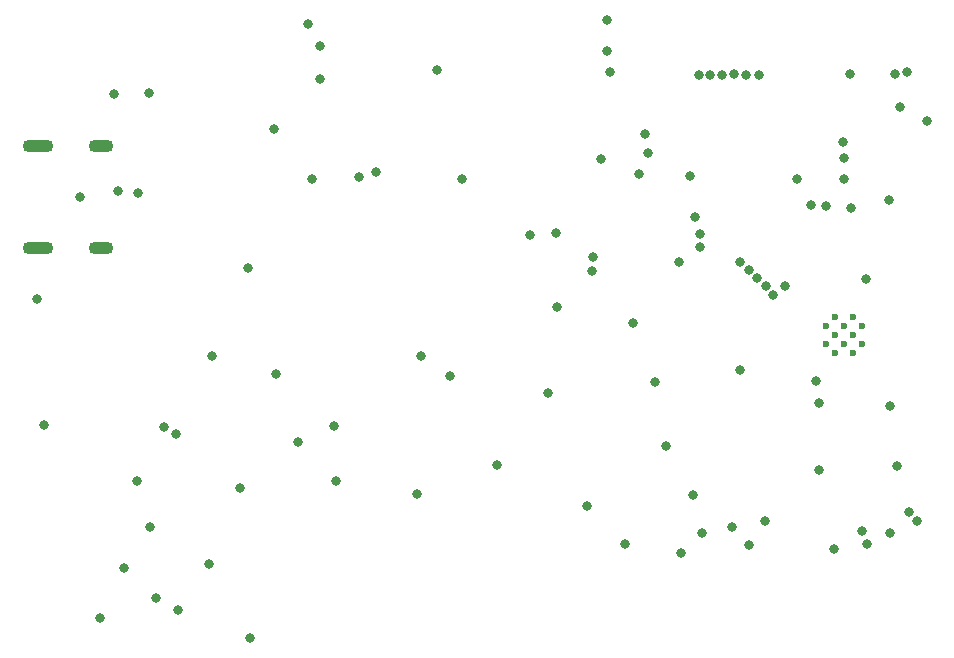
<source format=gbr>
%TF.GenerationSoftware,KiCad,Pcbnew,7.0.1*%
%TF.CreationDate,2023-03-18T00:09:11+00:00*%
%TF.ProjectId,ImogenWren,496d6f67-656e-4577-9265-6e2e6b696361,rev?*%
%TF.SameCoordinates,Original*%
%TF.FileFunction,Copper,L3,Inr*%
%TF.FilePolarity,Positive*%
%FSLAX46Y46*%
G04 Gerber Fmt 4.6, Leading zero omitted, Abs format (unit mm)*
G04 Created by KiCad (PCBNEW 7.0.1) date 2023-03-18 00:09:11*
%MOMM*%
%LPD*%
G01*
G04 APERTURE LIST*
%TA.AperFunction,ComponentPad*%
%ADD10O,2.100000X1.100000*%
%TD*%
%TA.AperFunction,ComponentPad*%
%ADD11O,2.600000X1.100000*%
%TD*%
%TA.AperFunction,HeatsinkPad*%
%ADD12C,0.600000*%
%TD*%
%TA.AperFunction,ViaPad*%
%ADD13C,0.800000*%
%TD*%
G04 APERTURE END LIST*
D10*
%TO.N,GND*%
%TO.C,J8*%
X119100000Y-87740000D03*
D11*
X113740000Y-87740000D03*
D10*
X119100000Y-79100000D03*
D11*
X113740000Y-79100000D03*
%TD*%
D12*
%TO.N,GND*%
%TO.C,U3*%
X181232500Y-96605000D03*
X182757500Y-96605000D03*
X180470000Y-95842500D03*
X181995000Y-95842500D03*
X183520000Y-95842500D03*
X181232500Y-95080000D03*
X182757500Y-95080000D03*
X180470000Y-94317500D03*
X181995000Y-94317500D03*
X183520000Y-94317500D03*
X181232500Y-93555000D03*
X182757500Y-93555000D03*
%TD*%
D13*
%TO.N,/BATTERY_POWER_BUS*%
X135730025Y-104149500D03*
X161900000Y-68465002D03*
X136600000Y-68800000D03*
X140900000Y-81700000D03*
X130800000Y-108100000D03*
X182500000Y-73000000D03*
%TO.N,GND*%
X165100000Y-78100000D03*
X128200000Y-114500000D03*
X146200000Y-96900000D03*
X156900000Y-100014998D03*
X145814000Y-108586000D03*
X189000000Y-77000000D03*
X121000000Y-114800000D03*
X133900000Y-98400000D03*
X183800000Y-90400000D03*
X120200000Y-74700000D03*
X152558502Y-106150500D03*
X149596972Y-81900000D03*
X138966000Y-107500000D03*
X155353749Y-86653749D03*
X137587000Y-70599500D03*
X136900000Y-81900000D03*
X166000000Y-99100000D03*
X148600000Y-98600000D03*
X137637000Y-73400000D03*
X131500000Y-89402515D03*
X157704250Y-92704250D03*
X133700000Y-77700000D03*
X147500000Y-72700000D03*
X128501681Y-96901681D03*
X186700000Y-75800000D03*
X113675000Y-92075000D03*
X160200000Y-109600000D03*
X114250001Y-102750002D03*
X142315000Y-81285000D03*
X123100000Y-74600000D03*
X118999998Y-119099999D03*
X173200000Y-98100000D03*
X162180669Y-72871597D03*
X131700000Y-120730000D03*
%TO.N,/ESP32/3V3_BUS*%
X163450000Y-112800000D03*
X182000000Y-81900000D03*
X186500000Y-106200000D03*
X183500000Y-111700000D03*
%TO.N,/ESP32/USB ESP32 CH340 Interface /ESP_EN*%
X185900000Y-101100000D03*
X166900000Y-104500000D03*
X178000000Y-81900000D03*
X179849500Y-100900000D03*
%TO.N,/USB_POWER*%
X125600000Y-118400000D03*
X125400000Y-103500000D03*
%TO.N,/USB/D-*%
X122200000Y-83100000D03*
X117250171Y-83410173D03*
X120500000Y-82900000D03*
%TO.N,/WS2812b LEDs/5V_IN*%
X157600000Y-86500000D03*
X160700000Y-88500000D03*
%TO.N,Net-(U3-SDI{slash}SD1)*%
X169670611Y-73099957D03*
X173170038Y-88949622D03*
%TO.N,Net-(U3-SDO{slash}SD0)*%
X170670112Y-73101429D03*
X173920444Y-89609846D03*
%TO.N,Net-(U3-SCK{slash}CLK)*%
X174631704Y-90312068D03*
X171669608Y-73097652D03*
%TO.N,Net-(U3-SCS{slash}CMD)*%
X175385958Y-90967893D03*
X172697055Y-73049500D03*
%TO.N,Net-(U3-SWP{slash}SD3)*%
X176001494Y-91755371D03*
X173693230Y-73130989D03*
%TO.N,Net-(U3-SHD{slash}SD2)*%
X174736243Y-73114048D03*
X177000000Y-91000000D03*
%TO.N,Net-(U3-GPIO4(T0))*%
X181100000Y-113200000D03*
X179600000Y-99000000D03*
%TO.N,Net-(U3-GPIO2(T2))*%
X169200000Y-108649500D03*
X175300000Y-110900000D03*
%TO.N,Net-(U3-GPIO33(T8))*%
X172478781Y-111338736D03*
X169960454Y-111894948D03*
%TO.N,Net-(U3-GPIO32(T9))*%
X168200000Y-113600000D03*
X173900000Y-112900000D03*
%TO.N,/BATTERY_POWER*%
X123200000Y-111400000D03*
X122103750Y-107496250D03*
%TO.N,Net-(Q1-B)*%
X168921611Y-81663607D03*
X169320759Y-85100850D03*
%TO.N,Net-(Q1-E)*%
X168029358Y-88934650D03*
X164650500Y-81471137D03*
%TO.N,SCL*%
X185800000Y-83700000D03*
X181961500Y-80100000D03*
%TO.N,SDA*%
X182562815Y-84322769D03*
X181900000Y-78800000D03*
%TO.N,/CHARGE_STATUS*%
X123699000Y-117337401D03*
X179849500Y-106500000D03*
%TO.N,18*%
X186289976Y-73001427D03*
X179175000Y-84100000D03*
%TO.N,Net-(D2-K)*%
X169800000Y-87700000D03*
X161400000Y-80200000D03*
%TO.N,/ESP32/SSERIAL_TX*%
X187496217Y-110095374D03*
X183900000Y-112800000D03*
%TO.N,/ESP32/SSERIAL_RX*%
X188129008Y-110869054D03*
X185900000Y-111900000D03*
%TO.N,19*%
X180445000Y-84200000D03*
X187279500Y-72860546D03*
%TO.N,Net-(WLED1-DOUT)*%
X160600000Y-89700000D03*
X164100000Y-94100000D03*
%TO.N,Net-(JP3-C)*%
X138800000Y-102800000D03*
X124400500Y-102905804D03*
%TO.N,Net-(D3-K)*%
X169756578Y-86596623D03*
X161900000Y-71100000D03*
X165400000Y-79700000D03*
%TD*%
M02*

</source>
